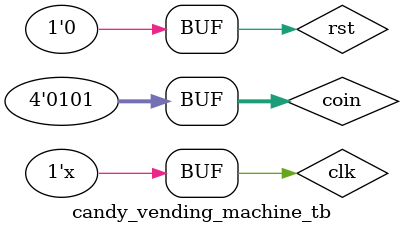
<source format=v>


module candy_vending_machine_tb;

	// Inputs
	reg clk;
	reg rst;
	reg [3:0] coin;
	wire candy;

	// Instantiate the Unit Under Test (UUT)
	candy_vending_machine_using_moore uut (
		.clk(clk), 
		.rst(rst),
		.coin(coin),
		.candy(candy)
	);
	always #5 clk=~clk;
	
	initial begin
		// Initialize Inputs
		clk = 0;
		rst = 0;
		coin = 0;
	end

	initial begin 
		rst = 1;
		#10 rst = 0;
	end
	
	initial begin 
		coin = 4'b0101;
		#10;
		coin = 4'b1010;
		#10;
	end
	
	initial begin 
		coin = 4'b1010;
		#10;
		coin = 4'b0101;
		#10;
	end
	
	initial begin 
		coin = 4'b0101;
		#10;
		coin = 4'b0101;
		#10;
		coin = 4'b1010;
		#10;
	end
	
	initial begin 
		coin = 4'b1010;
		#10;
		coin = 4'b0101;
		#10;
	end
	
	
	
      
endmodule


</source>
